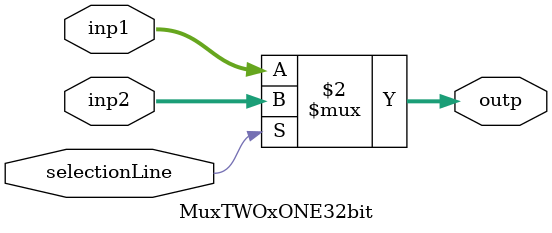
<source format=v>
`timescale 1ns/1ps

module MuxTWOxONE32bit
                (
                    input wire [32-1:0]inp1,
                    input wire [32-1:0]inp2,
                    input wire selectionLine,
                    output wire [32-1:0]outp
                );

assign outp = (selectionLine == 0) ? inp1 : inp2;

endmodule
</source>
